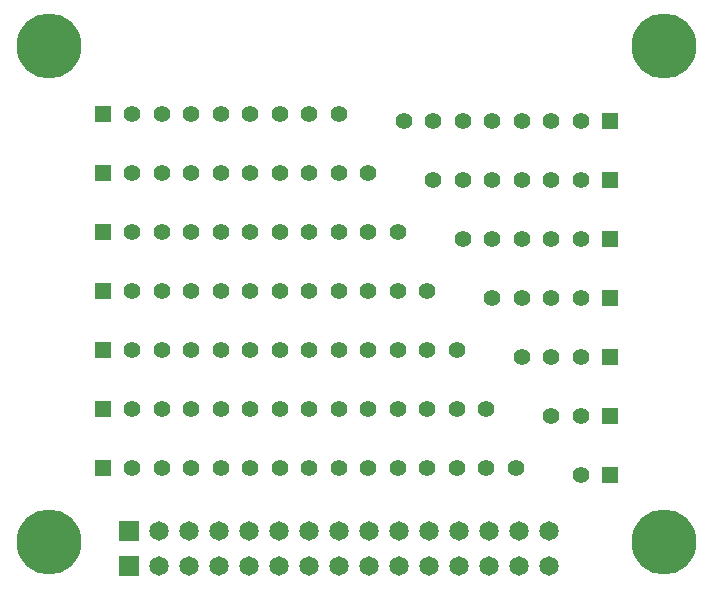
<source format=gbs>
%FSLAX33Y33*%
%MOMM*%
%AMRect-W1650000-H1650000-RO1.500*
21,1,1.65,1.65,0.,0.,90*%
%AMRect-W1400000-H1400000-RO1.000*
21,1,1.4,1.4,0.,0.,180*%
%ADD10C,5.5*%
%ADD11C,1.65*%
%ADD12Rect-W1650000-H1650000-RO1.500*%
%ADD13R,1.4X1.4*%
%ADD14C,1.4*%
%ADD15C,1.4*%
%ADD16Rect-W1400000-H1400000-RO1.000*%
D10*
%LNbottom solder mask_traces*%
%LNbottom solder mask component 312304718256dca2*%
G01*
X4000Y4000D03*
%LNbottom solder mask component af4949e430c5f950*%
D11*
X13260Y2000D03*
X15800Y2000D03*
X18340Y2000D03*
X20880Y2000D03*
X23420Y2000D03*
X25960Y2000D03*
X28500Y2000D03*
X31040Y2000D03*
X33580Y2000D03*
X36120Y2000D03*
X38660Y2000D03*
X41200Y2000D03*
X43740Y2000D03*
X46280Y2000D03*
D12*
X10720Y2000D03*
%LNbottom solder mask component 8278d696741b52da*%
D13*
X8500Y10300D03*
D14*
X11000Y10300D03*
X13500Y10300D03*
X16000Y10300D03*
X18500Y10300D03*
X21000Y10300D03*
X23500Y10300D03*
X26000Y10300D03*
X28500Y10300D03*
X31000Y10300D03*
X33500Y10300D03*
X36000Y10300D03*
X38500Y10300D03*
X41000Y10300D03*
X43500Y10300D03*
%LNbottom solder mask component 08ce969612039e64*%
D15*
X49000Y39700D03*
X46500Y39700D03*
X44000Y39700D03*
X41500Y39700D03*
X39000Y39700D03*
X36500Y39700D03*
X34000Y39700D03*
D16*
X51500Y39700D03*
%LNbottom solder mask component e805279d35b13680*%
D15*
X49000Y34700D03*
X46500Y34700D03*
X44000Y34700D03*
X41500Y34700D03*
X39000Y34700D03*
X36500Y34700D03*
D16*
X51500Y34700D03*
%LNbottom solder mask component 16fab53d32d5a67c*%
D15*
X49000Y9700D03*
D16*
X51500Y9700D03*
%LNbottom solder mask component a015b0e8d900f81e*%
D15*
X49000Y14700D03*
X46500Y14700D03*
D16*
X51500Y14700D03*
%LNbottom solder mask component b3f41ef893718b1e*%
D13*
X8500Y25300D03*
D14*
X11000Y25300D03*
X13500Y25300D03*
X16000Y25300D03*
X18500Y25300D03*
X21000Y25300D03*
X23500Y25300D03*
X26000Y25300D03*
X28500Y25300D03*
X31000Y25300D03*
X33500Y25300D03*
X36000Y25300D03*
%LNbottom solder mask component ad3850c414a05864*%
D15*
X49000Y29700D03*
X46500Y29700D03*
X44000Y29700D03*
X41500Y29700D03*
X39000Y29700D03*
D16*
X51500Y29700D03*
%LNbottom solder mask component da7bfe2cf6314d72*%
D13*
X8500Y15300D03*
D14*
X11000Y15300D03*
X13500Y15300D03*
X16000Y15300D03*
X18500Y15300D03*
X21000Y15300D03*
X23500Y15300D03*
X26000Y15300D03*
X28500Y15300D03*
X31000Y15300D03*
X33500Y15300D03*
X36000Y15300D03*
X38500Y15300D03*
X41000Y15300D03*
%LNbottom solder mask component 228893982379df3f*%
D15*
X49000Y19700D03*
X46500Y19700D03*
X44000Y19700D03*
D16*
X51500Y19700D03*
%LNbottom solder mask component ae4397b8c1491a36*%
D11*
X13260Y5000D03*
X15800Y5000D03*
X18340Y5000D03*
X20880Y5000D03*
X23420Y5000D03*
X25960Y5000D03*
X28500Y5000D03*
X31040Y5000D03*
X33580Y5000D03*
X36120Y5000D03*
X38660Y5000D03*
X41200Y5000D03*
X43740Y5000D03*
X46280Y5000D03*
D12*
X10720Y5000D03*
%LNbottom solder mask component 5071099a7d24bbfe*%
D10*
X56000Y4000D03*
%LNbottom solder mask component da574c27139357db*%
D13*
X8500Y20300D03*
D14*
X11000Y20300D03*
X13500Y20300D03*
X16000Y20300D03*
X18500Y20300D03*
X21000Y20300D03*
X23500Y20300D03*
X26000Y20300D03*
X28500Y20300D03*
X31000Y20300D03*
X33500Y20300D03*
X36000Y20300D03*
X38500Y20300D03*
%LNbottom solder mask component eafc2537431a66c3*%
D13*
X8500Y40300D03*
D14*
X11000Y40300D03*
X13500Y40300D03*
X16000Y40300D03*
X18500Y40300D03*
X21000Y40300D03*
X23500Y40300D03*
X26000Y40300D03*
X28500Y40300D03*
%LNbottom solder mask component 0d8454b4dea2efd4*%
D10*
X4000Y46000D03*
%LNbottom solder mask component b7702b93b57b5186*%
D13*
X8500Y30300D03*
D14*
X11000Y30300D03*
X13500Y30300D03*
X16000Y30300D03*
X18500Y30300D03*
X21000Y30300D03*
X23500Y30300D03*
X26000Y30300D03*
X28500Y30300D03*
X31000Y30300D03*
X33500Y30300D03*
%LNbottom solder mask component b3d13cb211f619d0*%
D10*
X56000Y46000D03*
%LNbottom solder mask component f237f16fae055c2f*%
D13*
X8500Y35300D03*
D14*
X11000Y35300D03*
X13500Y35300D03*
X16000Y35300D03*
X18500Y35300D03*
X21000Y35300D03*
X23500Y35300D03*
X26000Y35300D03*
X28500Y35300D03*
X31000Y35300D03*
%LNbottom solder mask component 33b1766a393aa792*%
D15*
X49000Y24700D03*
X46500Y24700D03*
X44000Y24700D03*
X41500Y24700D03*
D16*
X51500Y24700D03*
M02*
</source>
